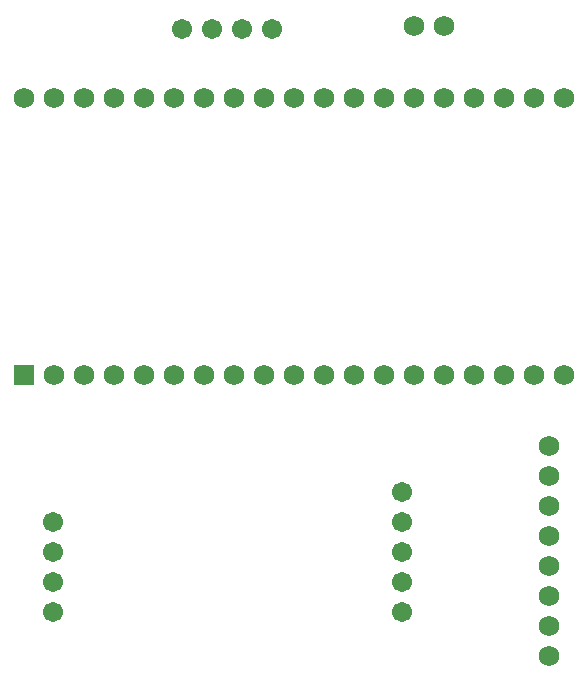
<source format=gbr>
%TF.GenerationSoftware,Altium Limited,Altium Designer,24.6.1 (21)*%
G04 Layer_Color=16711935*
%FSLAX45Y45*%
%MOMM*%
%TF.SameCoordinates,ECB060D0-B559-4599-9885-B1276F73ADFA*%
%TF.FilePolarity,Negative*%
%TF.FileFunction,Soldermask,Bot*%
%TF.Part,Single*%
G01*
G75*
%TA.AperFunction,ComponentPad*%
%ADD18C,1.72720*%
%ADD19C,1.73320*%
%ADD20R,1.73320X1.73320*%
%ADD21C,1.71120*%
D18*
X5181599Y622302D02*
D03*
Y876302D02*
D03*
Y1130302D02*
D03*
Y1384302D02*
D03*
Y1638302D02*
D03*
Y1892302D02*
D03*
Y2146302D02*
D03*
Y2400302D02*
D03*
X4292035Y5952928D02*
D03*
X4038035D02*
D03*
D19*
X736035Y5343328D02*
D03*
X990035D02*
D03*
X1244035D02*
D03*
X1498035D02*
D03*
X1752035D02*
D03*
X2006035D02*
D03*
X2260035D02*
D03*
X2514035D02*
D03*
X2768035D02*
D03*
X3022035D02*
D03*
X3276035D02*
D03*
X3530035D02*
D03*
X3784035D02*
D03*
X4038035D02*
D03*
X4292035D02*
D03*
X4546035D02*
D03*
X5054035D02*
D03*
X5308035D02*
D03*
X4800035D02*
D03*
X5309036Y2993828D02*
D03*
X5055036D02*
D03*
X4801036D02*
D03*
X4547036D02*
D03*
X4293036D02*
D03*
X4039036D02*
D03*
X3785036D02*
D03*
X3531036D02*
D03*
X3277036D02*
D03*
X3023036D02*
D03*
X2769036D02*
D03*
X2515036D02*
D03*
X2261036D02*
D03*
X2007036D02*
D03*
X1753036D02*
D03*
X1499036D02*
D03*
X1245036D02*
D03*
X991036D02*
D03*
D20*
X737036D02*
D03*
D21*
X2831535Y5927528D02*
D03*
X2577535D02*
D03*
X2323535D02*
D03*
X2069535D02*
D03*
X3936435Y2003228D02*
D03*
Y1749228D02*
D03*
Y1495228D02*
D03*
Y1241228D02*
D03*
Y987228D02*
D03*
X982435Y1749228D02*
D03*
Y1495228D02*
D03*
Y1241228D02*
D03*
Y987228D02*
D03*
%TF.MD5,0ac78db404ce2160dccfef9bebc60ba3*%
M02*

</source>
